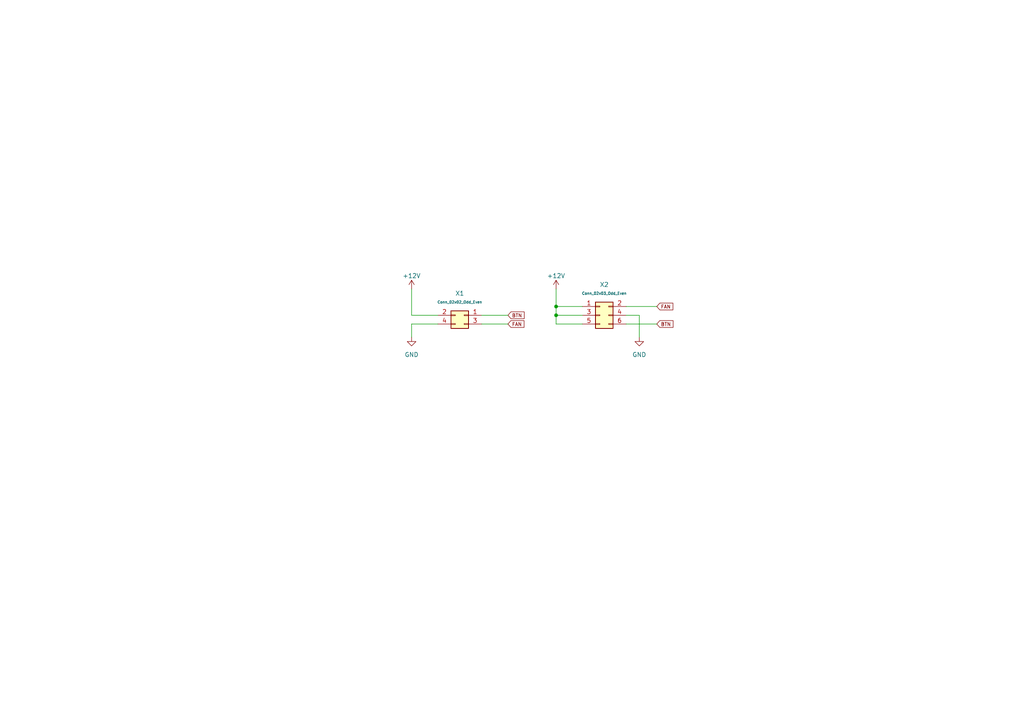
<source format=kicad_sch>
(kicad_sch (version 20230121) (generator eeschema)
  (paper "A4")
  (lib_symbols
    (symbol "Connector_Generic:Conn_02x02_Odd_Even" (pin_names (offset 1.016) hide)
      (property "Reference" "J" (at 1.27 2.54 0))
      (property "Value" "Conn_02x02_Odd_Even" (at 1.27 -5.08 0))
      (symbol "Conn_02x02_Odd_Even_1_1"
        (rectangle (start -1.27 -2.413) (end 0 -2.667) (stroke (width 0.1524)))
        (rectangle (start -1.27 0.127) (end 0 -0.127) (stroke (width 0.1524)))
        (rectangle (start -1.27 1.27) (end 3.81 -3.81) (stroke (width 0.254)) (fill (type background)))
        (rectangle (start 3.81 -2.413) (end 2.54 -2.667) (stroke (width 0.1524)))
        (rectangle (start 3.81 0.127) (end 2.54 -0.127) (stroke (width 0.1524)))
        (pin passive line (at -5.08 0 0) (length 3.81) (name "Pin_1") (number "1"))
        (pin passive line (at 7.62 0 180) (length 3.81) (name "Pin_2") (number "2"))
        (pin passive line (at -5.08 -2.54 0) (length 3.81) (name "Pin_3") (number "3"))
        (pin passive line (at 7.62 -2.54 180) (length 3.81) (name "Pin_4") (number "4"))
      )
    )
    (symbol "Connector_Generic:Conn_02x03_Odd_Even" (pin_names (offset 1.016) hide)
      (property "Reference" "J" (at 1.27 5.08 0))
      (property "Value" "Conn_02x03_Odd_Even" (at 1.27 -5.08 0))
      (symbol "Conn_02x03_Odd_Even_1_1"
        (rectangle (start -1.27 -2.413) (end 0 -2.667) (stroke (width 0.1524)))
        (rectangle (start -1.27 0.127) (end 0 -0.127) (stroke (width 0.1524)))
        (rectangle (start -1.27 2.667) (end 0 2.413) (stroke (width 0.1524)))
        (rectangle (start -1.27 3.81) (end 3.81 -3.81) (stroke (width 0.254)) (fill (type background)))
        (rectangle (start 3.81 -2.413) (end 2.54 -2.667) (stroke (width 0.1524)))
        (rectangle (start 3.81 0.127) (end 2.54 -0.127) (stroke (width 0.1524)))
        (rectangle (start 3.81 2.667) (end 2.54 2.413) (stroke (width 0.1524)))
        (pin passive line (at -5.08 2.54 0) (length 3.81) (name "Pin_1") (number "1"))
        (pin passive line (at 7.62 2.54 180) (length 3.81) (name "Pin_2") (number "2"))
        (pin passive line (at -5.08 0 0) (length 3.81) (name "Pin_3") (number "3"))
        (pin passive line (at 7.62 0 180) (length 3.81) (name "Pin_4") (number "4"))
        (pin passive line (at -5.08 -2.54 0) (length 3.81) (name "Pin_5") (number "5"))
        (pin passive line (at 7.62 -2.54 180) (length 3.81) (name "Pin_6") (number "6"))
      )
    )
    (symbol "power:+12V" (power) (pin_names (offset 0))
      (property "Value" "+12V" (at 0 3.556 0))
      (symbol "+12V_0_1"
        (polyline (pts (xy -0.762 1.27) (xy 0 2.54)))
        (polyline (pts (xy 0 0) (xy 0 2.54)))
        (polyline (pts (xy 0 2.54) (xy 0.762 1.27)))
      )
      (symbol "+12V_1_1"
        (pin power_in line (at 0 0 90) (length 0) hide (name "+12V") (number "1"))
      )
    )
    (symbol "power:GND" (power) (pin_names (offset 0))
      (property "Value" "GND" (at 0 -3.81 0))
      (symbol "GND_0_1"
        (polyline (pts (xy 0 0) (xy 0 -1.27) (xy 1.27 -1.27) (xy 0 -2.54) (xy -1.27 -1.27) (xy 0 -1.27)))
      )
      (symbol "GND_1_1"
        (pin power_in line (at 0 0 270) (length 0) hide (name "GND") (number "1"))
      )
    )
  )
  (junction (at 161.29 88.9))
  (junction (at 161.29 91.44))
  (wire (pts (xy 181.61 88.9) (xy 190.5 88.9)))
  (wire (pts (xy 119.38 91.44) (xy 127 91.44)))
  (wire (pts (xy 119.38 83.82) (xy 119.38 91.44)))
  (wire (pts (xy 181.61 91.44) (xy 185.42 91.44)))
  (wire (pts (xy 161.29 93.98) (xy 168.91 93.98)))
  (wire (pts (xy 139.7 91.44) (xy 147.32 91.44)))
  (wire (pts (xy 119.38 93.98) (xy 119.38 97.79)))
  (wire (pts (xy 181.61 93.98) (xy 190.5 93.98)))
  (wire (pts (xy 161.29 91.44) (xy 161.29 93.98)))
  (wire (pts (xy 161.29 88.9) (xy 161.29 91.44)))
  (wire (pts (xy 161.29 91.44) (xy 168.91 91.44)))
  (wire (pts (xy 161.29 88.9) (xy 168.91 88.9)))
  (wire (pts (xy 139.7 93.98) (xy 147.32 93.98)))
  (wire (pts (xy 119.38 93.98) (xy 127 93.98)))
  (wire (pts (xy 161.29 83.82) (xy 161.29 88.9)))
  (wire (pts (xy 185.42 91.44) (xy 185.42 97.79)))
  (global_label "BTN" (shape input) (at 147.32 91.44 0) (effects (font (size 1 1))) (property "Intersheetrefs" "${INTERSHEET_REFS}" (effects hide)))
  (global_label "FAN" (shape input) (at 147.32 93.98 0) (effects (font (size 1 1))) (property "Intersheetrefs" "${INTERSHEET_REFS}" (effects hide)))
  (global_label "FAN" (shape input) (at 190.5 88.9 0) (effects (font (size 1 1))) (property "Intersheetrefs" "${INTERSHEET_REFS}" (effects hide)))
  (global_label "BTN" (shape input) (at 190.5 93.98 0) (effects (font (size 1 1))) (property "Intersheetrefs" "${INTERSHEET_REFS}" (effects hide)))
  (symbol (lib_id "Connector_Generic:Conn_02x02_Odd_Even") (at 134.62 91.44 0) (mirror y) (unit 1)
    (property "Reference" "X1" (at 133.35 85.09 0))
    (property "Value" "Conn_02x02_Odd_Even" (at 133.35 87.63 0) (effects (font (size 0.762 0.762))))
    (property "Footprint" "Connector_PinSocket_2.54mm:PinSocket_2x02_P2.54mm_Vertical" (effects hide))
  )
  (symbol (lib_id "power:GND") (at 119.38 97.79 0) (unit 1)
    (property "Reference" "#PWR0101" (effects hide))
    (property "Value" "GND" (at 119.38 102.87 0))
  )
  (symbol (lib_id "power:+12V") (at 119.38 83.82 0) (unit 1)
    (property "Reference" "#PWR01" (effects hide))
    (property "Value" "+12V" (at 119.38 80.01 0))
  )
  (symbol (lib_id "Connector_Generic:Conn_02x03_Odd_Even") (at 173.99 91.44 0) (unit 1)
    (property "Reference" "X2" (at 175.26 82.55 0))
    (property "Value" "Conn_02x03_Odd_Even" (at 175.26 85.09 0) (effects (font (size 0.762 0.762))))
    (property "Footprint" "Connector_PinHeader_2.54mm:PinHeader_2x03_P2.54mm_Horizontal" (effects hide))
  )
  (symbol (lib_id "power:+12V") (at 161.29 83.82 0) (unit 1)
    (property "Reference" "#PWR02" (effects hide))
    (property "Value" "+12V" (at 161.29 80.01 0))
  )
  (symbol (lib_id "power:GND") (at 185.42 97.79 0) (unit 1)
    (property "Reference" "#PWR0102" (effects hide))
    (property "Value" "GND" (at 185.42 102.87 0))
  )
)
</source>
